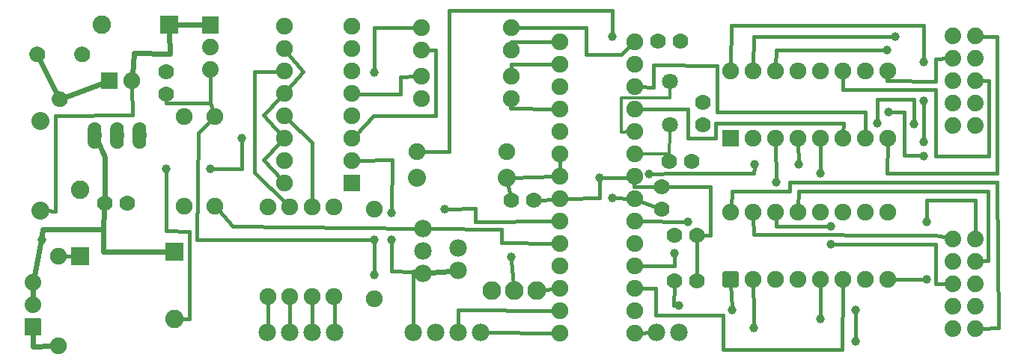
<source format=gbl>
G04 MADE WITH FRITZING*
G04 WWW.FRITZING.ORG*
G04 DOUBLE SIDED*
G04 HOLES PLATED*
G04 CONTOUR ON CENTER OF CONTOUR VECTOR*
%ASAXBY*%
%FSLAX23Y23*%
%MOIN*%
%OFA0B0*%
%SFA1.0B1.0*%
%ADD10C,0.078000*%
%ADD11C,0.074000*%
%ADD12C,0.039370*%
%ADD13C,0.070925*%
%ADD14C,0.070866*%
%ADD15C,0.070000*%
%ADD16C,0.082000*%
%ADD17C,0.083307*%
%ADD18C,0.075000*%
%ADD19C,0.060000*%
%ADD20C,0.080000*%
%ADD21R,0.082000X0.082000*%
%ADD22R,0.075000X0.075000*%
%ADD23C,0.024000*%
%ADD24C,0.016000*%
%ADD25C,0.012000*%
%ADD26C,0.020000*%
%ADD27R,0.001000X0.001000*%
%LNCOPPER0*%
G90*
G70*
G54D10*
X1815Y580D03*
X1815Y480D03*
X1815Y380D03*
G54D11*
X4177Y533D03*
X4277Y533D03*
X4177Y433D03*
X4277Y433D03*
X4177Y333D03*
X4277Y333D03*
X4177Y233D03*
X4277Y233D03*
X4177Y133D03*
X4277Y133D03*
G54D12*
X3838Y1049D03*
X4004Y1045D03*
X2209Y451D03*
X2957Y234D03*
G54D13*
X2917Y1041D03*
G54D14*
X2917Y1234D03*
G54D15*
X3013Y880D03*
X2913Y880D03*
X2964Y1415D03*
X2864Y1415D03*
G54D12*
X4047Y966D03*
X4047Y1148D03*
X3921Y1435D03*
X4047Y903D03*
X3883Y1377D03*
X3292Y864D03*
X3488Y864D03*
X3192Y215D03*
X3744Y215D03*
X3744Y76D03*
X3634Y588D03*
X3634Y510D03*
X4058Y608D03*
X4058Y353D03*
X1598Y1277D03*
X1008Y982D03*
X870Y844D03*
X673Y844D03*
X3587Y825D03*
X2661Y1435D03*
X2661Y714D03*
X2996Y608D03*
X3390Y785D03*
X2823Y821D03*
X3291Y136D03*
X3587Y175D03*
X1677Y648D03*
X1677Y529D03*
X1598Y529D03*
X3890Y1100D03*
X2937Y470D03*
X1913Y667D03*
X2602Y805D03*
X1598Y372D03*
X4047Y1321D03*
G54D15*
X2935Y549D03*
X3035Y549D03*
X3063Y1041D03*
X3063Y1141D03*
G54D16*
X709Y474D03*
X709Y174D03*
G54D10*
X1424Y116D03*
X1324Y116D03*
X1224Y116D03*
X1124Y116D03*
G54D17*
X2322Y301D03*
X2222Y301D03*
X2122Y301D03*
G54D10*
X2857Y116D03*
X2957Y116D03*
X1972Y492D03*
X1972Y392D03*
G54D18*
X1789Y923D03*
X2189Y923D03*
X890Y1079D03*
X890Y679D03*
G54D11*
X4177Y1438D03*
X4277Y1438D03*
X4177Y1338D03*
X4277Y1338D03*
X4177Y1238D03*
X4277Y1238D03*
X4177Y1138D03*
X4277Y1138D03*
X4177Y1038D03*
X4277Y1038D03*
G54D10*
X1772Y116D03*
X1872Y116D03*
X1972Y116D03*
X2072Y116D03*
G54D18*
X2758Y111D03*
X2758Y211D03*
X2758Y311D03*
X2758Y411D03*
X2758Y511D03*
X2758Y611D03*
X2758Y711D03*
X2758Y811D03*
X2758Y911D03*
X2758Y1011D03*
X2758Y1111D03*
X2758Y1211D03*
X2758Y1311D03*
X2425Y1411D03*
X2425Y1311D03*
X2425Y1211D03*
X2425Y1111D03*
X2425Y1011D03*
X2425Y911D03*
X2425Y811D03*
X2425Y711D03*
X2425Y611D03*
X2425Y511D03*
X2425Y411D03*
X2425Y311D03*
X2425Y211D03*
X2425Y111D03*
X2758Y1411D03*
G54D11*
X870Y1488D03*
X870Y1388D03*
X870Y1288D03*
G54D18*
X1500Y781D03*
X1200Y781D03*
X1500Y881D03*
X1200Y881D03*
X1500Y981D03*
X1200Y981D03*
X1500Y1081D03*
X1200Y1081D03*
X1500Y1181D03*
X1200Y1181D03*
X1500Y1281D03*
X1200Y1281D03*
X1500Y1381D03*
X1200Y1381D03*
X1500Y1481D03*
X1200Y1481D03*
G54D15*
X299Y1356D03*
X99Y1356D03*
X199Y1156D03*
G54D18*
X3187Y352D03*
X3187Y652D03*
X3287Y352D03*
X3287Y652D03*
X3387Y352D03*
X3387Y652D03*
X3487Y352D03*
X3487Y652D03*
X3587Y352D03*
X3587Y652D03*
X3687Y352D03*
X3687Y652D03*
X3787Y352D03*
X3787Y652D03*
X3887Y352D03*
X3887Y652D03*
X3187Y982D03*
X3187Y1282D03*
X3287Y982D03*
X3287Y1282D03*
X3387Y982D03*
X3387Y1282D03*
X3487Y982D03*
X3487Y1282D03*
X3587Y982D03*
X3587Y1282D03*
X3687Y982D03*
X3687Y1282D03*
X3787Y982D03*
X3787Y1282D03*
X3887Y982D03*
X3887Y1282D03*
G54D16*
X685Y1490D03*
X387Y1490D03*
G54D19*
X555Y994D03*
X455Y994D03*
X355Y994D03*
G54D18*
X421Y1238D03*
X521Y1238D03*
G54D15*
X673Y1279D03*
X673Y1179D03*
G54D18*
X1126Y674D03*
X1126Y274D03*
X1224Y674D03*
X1224Y274D03*
X1323Y674D03*
X1323Y274D03*
X1421Y674D03*
X1421Y274D03*
X2209Y1159D03*
X1809Y1159D03*
X2209Y1258D03*
X1809Y1258D03*
X2209Y1376D03*
X1809Y1376D03*
X2209Y1474D03*
X1809Y1474D03*
G54D20*
X114Y1059D03*
X114Y659D03*
G54D18*
X752Y1079D03*
X752Y679D03*
G54D15*
X398Y691D03*
X498Y691D03*
G54D16*
X291Y455D03*
X291Y753D03*
G54D20*
X2189Y805D03*
X1789Y805D03*
G54D15*
X2309Y707D03*
X2209Y707D03*
X2878Y665D03*
X2878Y766D03*
G54D18*
X1598Y667D03*
X1598Y267D03*
G54D15*
X3035Y344D03*
X2935Y344D03*
G54D18*
X193Y455D03*
X193Y55D03*
G54D12*
X118Y529D03*
G54D11*
X79Y140D03*
X79Y240D03*
X79Y340D03*
G54D21*
X709Y474D03*
G54D22*
X1500Y781D03*
X3187Y982D03*
G54D21*
X686Y1490D03*
G54D22*
X421Y1238D03*
G54D21*
X291Y454D03*
G54D23*
X1845Y382D02*
X1942Y389D01*
D02*
X1772Y387D02*
X1785Y385D01*
G54D24*
D02*
X4334Y435D02*
X4303Y434D01*
D02*
X4152Y538D02*
X4098Y549D01*
D02*
X4152Y333D02*
X4098Y333D01*
D02*
X4277Y558D02*
X4276Y707D01*
D02*
X4378Y136D02*
X4303Y133D01*
D02*
X4004Y1155D02*
X4004Y1059D01*
D02*
X3839Y1155D02*
X4004Y1155D01*
D02*
X3838Y1063D02*
X3839Y1155D01*
G54D25*
D02*
X2917Y1020D02*
X2914Y900D01*
D02*
X2917Y1163D02*
X2701Y1163D01*
D02*
X2701Y1163D02*
X2701Y1010D01*
D02*
X2701Y1010D02*
X2735Y1011D01*
D02*
X2917Y1213D02*
X2917Y1163D01*
G54D24*
D02*
X2220Y328D02*
X2210Y437D01*
D02*
X2780Y112D02*
X2832Y115D01*
D02*
X2933Y234D02*
X2935Y324D01*
D02*
X2943Y234D02*
X2933Y234D01*
D02*
X3035Y529D02*
X3035Y365D01*
D02*
X1283Y1278D02*
X1214Y1198D01*
D02*
X1214Y1363D02*
X1283Y1278D01*
D02*
X1772Y141D02*
X1772Y387D01*
D02*
X4047Y980D02*
X4047Y1134D01*
D02*
X3907Y1435D02*
X3290Y1435D01*
D02*
X3290Y1435D02*
X3287Y1305D01*
D02*
X3869Y1377D02*
X3389Y1377D01*
D02*
X3389Y1377D02*
X3387Y1305D01*
D02*
X4303Y1437D02*
X4374Y1435D01*
D02*
X3192Y228D02*
X3187Y329D01*
D02*
X3744Y90D02*
X3744Y201D01*
D02*
X4334Y746D02*
X4334Y435D01*
D02*
X3489Y747D02*
X4334Y746D01*
D02*
X3487Y675D02*
X3489Y747D01*
D02*
X3288Y553D02*
X3287Y629D01*
D02*
X4098Y549D02*
X3288Y553D01*
D02*
X3390Y589D02*
X3388Y629D01*
D02*
X3620Y588D02*
X3390Y589D01*
D02*
X4098Y510D02*
X3647Y510D01*
D02*
X4098Y333D02*
X4098Y510D01*
D02*
X4045Y353D02*
X3910Y352D01*
D02*
X4058Y707D02*
X4058Y622D01*
D02*
X4276Y707D02*
X4058Y707D01*
D02*
X1598Y1474D02*
X1786Y1474D01*
D02*
X1598Y1291D02*
X1598Y1474D01*
D02*
X2403Y309D02*
X2349Y304D01*
D02*
X1008Y845D02*
X883Y844D01*
D02*
X1008Y969D02*
X1008Y845D01*
D02*
X673Y569D02*
X777Y567D01*
D02*
X777Y567D02*
X777Y177D01*
D02*
X777Y177D02*
X735Y175D01*
D02*
X673Y831D02*
X673Y569D01*
D02*
X1125Y141D02*
X1126Y250D01*
D02*
X4034Y904D02*
X3961Y904D01*
D02*
X3961Y904D02*
X3961Y1100D01*
D02*
X3961Y1100D02*
X3903Y1100D01*
D02*
X3587Y838D02*
X3587Y959D01*
D02*
X2779Y703D02*
X2859Y673D01*
D02*
X3095Y548D02*
X3095Y766D01*
D02*
X3056Y549D02*
X3095Y548D01*
D02*
X3095Y766D02*
X2898Y766D01*
D02*
X2675Y714D02*
X2735Y712D01*
D02*
X2660Y1553D02*
X2661Y1448D01*
D02*
X1932Y923D02*
X1934Y1553D01*
D02*
X1812Y923D02*
X1932Y923D01*
D02*
X1934Y1553D02*
X2660Y1553D01*
D02*
X3291Y215D02*
X3287Y329D01*
D02*
X3291Y825D02*
X2937Y825D01*
D02*
X3292Y851D02*
X3291Y825D01*
D02*
X3487Y959D02*
X3488Y878D01*
D02*
X2937Y825D02*
X2836Y821D01*
D02*
X3389Y799D02*
X3387Y959D01*
D02*
X2780Y611D02*
X2983Y608D01*
D02*
X3192Y747D02*
X3449Y747D01*
D02*
X4373Y785D02*
X4378Y136D01*
D02*
X3449Y785D02*
X4373Y785D01*
D02*
X3449Y747D02*
X3449Y785D01*
D02*
X3188Y675D02*
X3192Y747D01*
D02*
X3291Y215D02*
X3291Y149D01*
D02*
X1678Y884D02*
X1677Y661D01*
D02*
X1523Y881D02*
X1678Y884D01*
D02*
X3587Y189D02*
X3587Y329D01*
D02*
X1598Y516D02*
X1598Y385D01*
D02*
X1677Y388D02*
X1772Y387D01*
D02*
X1677Y516D02*
X1677Y388D01*
D02*
X2097Y116D02*
X2403Y112D01*
D02*
X1424Y141D02*
X1422Y250D01*
D02*
X1324Y141D02*
X1323Y250D01*
D02*
X2209Y1411D02*
X2209Y1399D01*
D02*
X2403Y1411D02*
X2209Y1411D01*
D02*
X2209Y1313D02*
X2209Y1281D01*
D02*
X2403Y1311D02*
X2209Y1313D01*
D02*
X1224Y141D02*
X1224Y250D01*
D02*
X2205Y1115D02*
X2207Y1136D01*
D02*
X2403Y1112D02*
X2205Y1115D01*
D02*
X2543Y1357D02*
X2542Y1474D01*
D02*
X2542Y1474D02*
X2232Y1474D01*
D02*
X2701Y1357D02*
X2543Y1357D01*
D02*
X2741Y1396D02*
X2701Y1357D01*
D02*
X1972Y141D02*
X1972Y216D01*
D02*
X1972Y216D02*
X2403Y212D01*
D02*
X1717Y1257D02*
X1786Y1258D01*
D02*
X1717Y1179D02*
X1717Y1257D01*
D02*
X1523Y1180D02*
X1717Y1179D01*
D02*
X4098Y1199D02*
X3685Y1199D01*
D02*
X4335Y903D02*
X4098Y903D01*
D02*
X4335Y1239D02*
X4335Y903D01*
D02*
X4098Y903D02*
X4098Y1199D01*
D02*
X4303Y1238D02*
X4335Y1239D01*
D02*
X3685Y1199D02*
X3686Y1259D01*
D02*
X4099Y1336D02*
X4099Y1237D01*
D02*
X4152Y1338D02*
X4099Y1336D01*
D02*
X3883Y1238D02*
X3885Y1259D01*
D02*
X4099Y1237D02*
X3883Y1238D01*
D02*
X4374Y1435D02*
X4373Y826D01*
D02*
X3883Y826D02*
X3886Y959D01*
D02*
X4373Y826D02*
X3883Y826D01*
D02*
X1217Y1064D02*
X1323Y963D01*
D02*
X1323Y963D02*
X1323Y697D01*
D02*
X2205Y727D02*
X2194Y780D01*
D02*
X2403Y811D02*
X2214Y806D01*
D02*
X2425Y889D02*
X2425Y834D01*
D02*
X3154Y38D02*
X3684Y38D01*
D02*
X3154Y191D02*
X3154Y38D01*
D02*
X2854Y191D02*
X3154Y191D01*
D02*
X2854Y313D02*
X2854Y191D01*
D02*
X2780Y312D02*
X2854Y313D01*
D02*
X3684Y38D02*
X3686Y329D01*
D02*
X1597Y1081D02*
X1874Y1081D01*
D02*
X1516Y997D02*
X1597Y1081D01*
D02*
X1874Y1081D02*
X1874Y1375D01*
D02*
X1874Y1375D02*
X1832Y1376D01*
D02*
X1177Y1280D02*
X1066Y1279D01*
D02*
X1066Y1279D02*
X1067Y828D01*
D02*
X1067Y828D02*
X1208Y690D01*
D02*
X2780Y1111D02*
X2996Y1112D01*
D02*
X2996Y982D02*
X3121Y981D01*
D02*
X2996Y1112D02*
X2996Y982D01*
D02*
X3121Y981D02*
X3121Y1048D01*
D02*
X3121Y1048D02*
X3689Y1049D01*
D02*
X3689Y1049D02*
X3687Y1005D01*
D02*
X2936Y412D02*
X2937Y457D01*
D02*
X2780Y411D02*
X2936Y412D01*
D02*
X2843Y1210D02*
X2843Y1309D01*
D02*
X2780Y1211D02*
X2843Y1210D01*
D02*
X2843Y1309D02*
X3126Y1305D01*
D02*
X3126Y1305D02*
X3126Y1100D01*
D02*
X3126Y1100D02*
X3787Y1100D01*
D02*
X3787Y1100D02*
X3787Y1005D01*
D02*
X2165Y576D02*
X1839Y580D01*
D02*
X2165Y514D02*
X2165Y576D01*
D02*
X2403Y512D02*
X2165Y514D01*
D02*
X968Y589D02*
X1790Y580D01*
D02*
X905Y662D02*
X968Y589D01*
G54D23*
D02*
X839Y1488D02*
X717Y1490D01*
D02*
X528Y1361D02*
X688Y1360D01*
D02*
X688Y1360D02*
X686Y1458D01*
D02*
X523Y1267D02*
X528Y1361D01*
G54D24*
D02*
X181Y657D02*
X181Y1081D01*
D02*
X140Y658D02*
X181Y657D01*
D02*
X523Y1085D02*
X521Y1215D01*
D02*
X181Y1081D02*
X523Y1085D01*
D02*
X216Y455D02*
X265Y455D01*
D02*
X2051Y608D02*
X2051Y668D01*
D02*
X2051Y668D02*
X1927Y667D01*
D02*
X2403Y611D02*
X2051Y608D01*
D02*
X674Y1139D02*
X869Y1139D01*
D02*
X869Y1139D02*
X882Y1101D01*
D02*
X674Y1158D02*
X674Y1139D01*
D02*
X674Y1139D02*
X674Y1158D01*
D02*
X869Y1139D02*
X674Y1139D01*
D02*
X870Y1262D02*
X869Y1139D01*
D02*
X1585Y529D02*
X810Y528D01*
D02*
X816Y1004D02*
X873Y1063D01*
D02*
X810Y528D02*
X816Y1004D01*
D02*
X1106Y1084D02*
X1183Y1164D01*
D02*
X1184Y998D02*
X1106Y1084D01*
D02*
X1107Y885D02*
X1184Y964D01*
D02*
X1185Y798D02*
X1107Y885D01*
G54D23*
D02*
X398Y717D02*
X398Y899D01*
D02*
X111Y1333D02*
X187Y1180D01*
D02*
X224Y1165D02*
X394Y1228D01*
G54D24*
D02*
X2755Y765D02*
X2857Y766D01*
D02*
X2756Y789D02*
X2755Y765D01*
D02*
X2724Y804D02*
X2616Y805D01*
D02*
X2736Y807D02*
X2724Y804D01*
D02*
X2602Y792D02*
X2602Y715D01*
D02*
X2602Y715D02*
X2448Y712D01*
D02*
X2403Y710D02*
X2329Y707D01*
D02*
X4047Y1487D02*
X4047Y1334D01*
D02*
X3188Y1487D02*
X4047Y1487D01*
D02*
X3187Y1305D02*
X3188Y1487D01*
G54D23*
D02*
X122Y576D02*
X394Y577D01*
D02*
X394Y577D02*
X397Y665D01*
D02*
X394Y475D02*
X676Y474D01*
D02*
X394Y577D02*
X394Y475D01*
D02*
X122Y576D02*
X120Y548D01*
D02*
X398Y899D02*
X368Y966D01*
D02*
X79Y309D02*
X79Y271D01*
D02*
X85Y370D02*
X114Y511D01*
D02*
X79Y52D02*
X164Y54D01*
D02*
X79Y109D02*
X79Y52D01*
G54D25*
D02*
X2780Y911D02*
X2913Y912D01*
D02*
X2913Y912D02*
X2913Y900D01*
G54D26*
X3159Y380D02*
X3214Y380D01*
X3214Y325D01*
X3159Y325D01*
X3159Y380D01*
D02*
G54D27*
X833Y1524D02*
X906Y1524D01*
X833Y1523D02*
X906Y1523D01*
X833Y1522D02*
X906Y1522D01*
X833Y1521D02*
X906Y1521D01*
X833Y1520D02*
X906Y1520D01*
X833Y1519D02*
X906Y1519D01*
X833Y1518D02*
X906Y1518D01*
X833Y1517D02*
X906Y1517D01*
X833Y1516D02*
X906Y1516D01*
X833Y1515D02*
X906Y1515D01*
X833Y1514D02*
X906Y1514D01*
X833Y1513D02*
X906Y1513D01*
X833Y1512D02*
X906Y1512D01*
X833Y1511D02*
X906Y1511D01*
X833Y1510D02*
X906Y1510D01*
X833Y1509D02*
X906Y1509D01*
X833Y1508D02*
X906Y1508D01*
X833Y1507D02*
X865Y1507D01*
X874Y1507D02*
X906Y1507D01*
X833Y1506D02*
X862Y1506D01*
X877Y1506D02*
X906Y1506D01*
X833Y1505D02*
X860Y1505D01*
X879Y1505D02*
X906Y1505D01*
X833Y1504D02*
X858Y1504D01*
X881Y1504D02*
X906Y1504D01*
X833Y1503D02*
X857Y1503D01*
X882Y1503D02*
X906Y1503D01*
X833Y1502D02*
X855Y1502D01*
X883Y1502D02*
X906Y1502D01*
X833Y1501D02*
X854Y1501D01*
X884Y1501D02*
X906Y1501D01*
X833Y1500D02*
X854Y1500D01*
X885Y1500D02*
X906Y1500D01*
X833Y1499D02*
X853Y1499D01*
X886Y1499D02*
X906Y1499D01*
X833Y1498D02*
X852Y1498D01*
X887Y1498D02*
X906Y1498D01*
X833Y1497D02*
X852Y1497D01*
X887Y1497D02*
X906Y1497D01*
X833Y1496D02*
X851Y1496D01*
X888Y1496D02*
X906Y1496D01*
X833Y1495D02*
X851Y1495D01*
X888Y1495D02*
X906Y1495D01*
X833Y1494D02*
X850Y1494D01*
X888Y1494D02*
X906Y1494D01*
X833Y1493D02*
X850Y1493D01*
X889Y1493D02*
X906Y1493D01*
X833Y1492D02*
X850Y1492D01*
X889Y1492D02*
X906Y1492D01*
X833Y1491D02*
X850Y1491D01*
X889Y1491D02*
X906Y1491D01*
X833Y1490D02*
X849Y1490D01*
X889Y1490D02*
X906Y1490D01*
X833Y1489D02*
X849Y1489D01*
X889Y1489D02*
X906Y1489D01*
X833Y1488D02*
X849Y1488D01*
X890Y1488D02*
X906Y1488D01*
X833Y1487D02*
X849Y1487D01*
X889Y1487D02*
X906Y1487D01*
X833Y1486D02*
X849Y1486D01*
X889Y1486D02*
X906Y1486D01*
X833Y1485D02*
X849Y1485D01*
X889Y1485D02*
X906Y1485D01*
X833Y1484D02*
X850Y1484D01*
X889Y1484D02*
X906Y1484D01*
X833Y1483D02*
X850Y1483D01*
X889Y1483D02*
X906Y1483D01*
X833Y1482D02*
X850Y1482D01*
X889Y1482D02*
X906Y1482D01*
X833Y1481D02*
X850Y1481D01*
X888Y1481D02*
X906Y1481D01*
X833Y1480D02*
X851Y1480D01*
X888Y1480D02*
X906Y1480D01*
X833Y1479D02*
X851Y1479D01*
X887Y1479D02*
X906Y1479D01*
X833Y1478D02*
X852Y1478D01*
X887Y1478D02*
X906Y1478D01*
X833Y1477D02*
X852Y1477D01*
X886Y1477D02*
X906Y1477D01*
X833Y1476D02*
X853Y1476D01*
X886Y1476D02*
X906Y1476D01*
X833Y1475D02*
X854Y1475D01*
X885Y1475D02*
X906Y1475D01*
X833Y1474D02*
X855Y1474D01*
X884Y1474D02*
X906Y1474D01*
X833Y1473D02*
X856Y1473D01*
X883Y1473D02*
X906Y1473D01*
X833Y1472D02*
X857Y1472D01*
X882Y1472D02*
X906Y1472D01*
X833Y1471D02*
X859Y1471D01*
X880Y1471D02*
X906Y1471D01*
X833Y1470D02*
X861Y1470D01*
X878Y1470D02*
X906Y1470D01*
X833Y1469D02*
X863Y1469D01*
X876Y1469D02*
X906Y1469D01*
X833Y1468D02*
X906Y1468D01*
X833Y1467D02*
X906Y1467D01*
X833Y1466D02*
X906Y1466D01*
X833Y1465D02*
X906Y1465D01*
X833Y1464D02*
X906Y1464D01*
X833Y1463D02*
X906Y1463D01*
X833Y1462D02*
X906Y1462D01*
X833Y1461D02*
X906Y1461D01*
X833Y1460D02*
X906Y1460D01*
X833Y1459D02*
X906Y1459D01*
X833Y1458D02*
X906Y1458D01*
X833Y1457D02*
X906Y1457D01*
X833Y1456D02*
X906Y1456D01*
X833Y1455D02*
X906Y1455D01*
X833Y1454D02*
X906Y1454D01*
X833Y1453D02*
X906Y1453D01*
X833Y1452D02*
X906Y1452D01*
X833Y1451D02*
X906Y1451D01*
X95Y1391D02*
X102Y1391D01*
X295Y1391D02*
X302Y1391D01*
X90Y1390D02*
X107Y1390D01*
X290Y1390D02*
X307Y1390D01*
X87Y1389D02*
X110Y1389D01*
X287Y1389D02*
X310Y1389D01*
X85Y1388D02*
X112Y1388D01*
X285Y1388D02*
X312Y1388D01*
X83Y1387D02*
X114Y1387D01*
X283Y1387D02*
X314Y1387D01*
X81Y1386D02*
X116Y1386D01*
X281Y1386D02*
X316Y1386D01*
X79Y1385D02*
X118Y1385D01*
X279Y1385D02*
X318Y1385D01*
X78Y1384D02*
X119Y1384D01*
X278Y1384D02*
X319Y1384D01*
X77Y1383D02*
X121Y1383D01*
X277Y1383D02*
X321Y1383D01*
X75Y1382D02*
X122Y1382D01*
X275Y1382D02*
X322Y1382D01*
X74Y1381D02*
X123Y1381D01*
X274Y1381D02*
X323Y1381D01*
X73Y1380D02*
X124Y1380D01*
X273Y1380D02*
X324Y1380D01*
X73Y1379D02*
X125Y1379D01*
X273Y1379D02*
X325Y1379D01*
X72Y1378D02*
X125Y1378D01*
X272Y1378D02*
X325Y1378D01*
X71Y1377D02*
X126Y1377D01*
X271Y1377D02*
X326Y1377D01*
X70Y1376D02*
X127Y1376D01*
X270Y1376D02*
X327Y1376D01*
X70Y1375D02*
X127Y1375D01*
X270Y1375D02*
X327Y1375D01*
X69Y1374D02*
X128Y1374D01*
X269Y1374D02*
X328Y1374D01*
X69Y1373D02*
X129Y1373D01*
X269Y1373D02*
X329Y1373D01*
X68Y1372D02*
X129Y1372D01*
X268Y1372D02*
X329Y1372D01*
X68Y1371D02*
X95Y1371D01*
X102Y1371D02*
X130Y1371D01*
X268Y1371D02*
X295Y1371D01*
X302Y1371D02*
X330Y1371D01*
X67Y1370D02*
X92Y1370D01*
X105Y1370D02*
X130Y1370D01*
X267Y1370D02*
X292Y1370D01*
X305Y1370D02*
X330Y1370D01*
X67Y1369D02*
X90Y1369D01*
X107Y1369D02*
X130Y1369D01*
X267Y1369D02*
X290Y1369D01*
X307Y1369D02*
X330Y1369D01*
X66Y1368D02*
X89Y1368D01*
X108Y1368D02*
X131Y1368D01*
X266Y1368D02*
X289Y1368D01*
X308Y1368D02*
X331Y1368D01*
X66Y1367D02*
X88Y1367D01*
X110Y1367D02*
X131Y1367D01*
X266Y1367D02*
X288Y1367D01*
X310Y1367D02*
X331Y1367D01*
X66Y1366D02*
X87Y1366D01*
X110Y1366D02*
X132Y1366D01*
X266Y1366D02*
X287Y1366D01*
X310Y1366D02*
X332Y1366D01*
X65Y1365D02*
X86Y1365D01*
X111Y1365D02*
X132Y1365D01*
X265Y1365D02*
X286Y1365D01*
X311Y1365D02*
X332Y1365D01*
X65Y1364D02*
X85Y1364D01*
X112Y1364D02*
X132Y1364D01*
X265Y1364D02*
X285Y1364D01*
X312Y1364D02*
X332Y1364D01*
X65Y1363D02*
X85Y1363D01*
X113Y1363D02*
X132Y1363D01*
X265Y1363D02*
X285Y1363D01*
X313Y1363D02*
X332Y1363D01*
X65Y1362D02*
X84Y1362D01*
X113Y1362D02*
X132Y1362D01*
X265Y1362D02*
X284Y1362D01*
X313Y1362D02*
X332Y1362D01*
X65Y1361D02*
X84Y1361D01*
X113Y1361D02*
X133Y1361D01*
X264Y1361D02*
X284Y1361D01*
X313Y1361D02*
X333Y1361D01*
X64Y1360D02*
X83Y1360D01*
X114Y1360D02*
X133Y1360D01*
X264Y1360D02*
X283Y1360D01*
X314Y1360D02*
X333Y1360D01*
X64Y1359D02*
X83Y1359D01*
X114Y1359D02*
X133Y1359D01*
X264Y1359D02*
X283Y1359D01*
X314Y1359D02*
X333Y1359D01*
X64Y1358D02*
X83Y1358D01*
X114Y1358D02*
X133Y1358D01*
X264Y1358D02*
X283Y1358D01*
X314Y1358D02*
X333Y1358D01*
X64Y1357D02*
X83Y1357D01*
X114Y1357D02*
X133Y1357D01*
X264Y1357D02*
X283Y1357D01*
X314Y1357D02*
X333Y1357D01*
X64Y1356D02*
X83Y1356D01*
X114Y1356D02*
X133Y1356D01*
X264Y1356D02*
X283Y1356D01*
X314Y1356D02*
X333Y1356D01*
X64Y1355D02*
X83Y1355D01*
X114Y1355D02*
X133Y1355D01*
X264Y1355D02*
X283Y1355D01*
X314Y1355D02*
X333Y1355D01*
X64Y1354D02*
X83Y1354D01*
X114Y1354D02*
X133Y1354D01*
X264Y1354D02*
X283Y1354D01*
X314Y1354D02*
X333Y1354D01*
X64Y1353D02*
X83Y1353D01*
X114Y1353D02*
X133Y1353D01*
X264Y1353D02*
X283Y1353D01*
X314Y1353D02*
X333Y1353D01*
X64Y1352D02*
X84Y1352D01*
X114Y1352D02*
X133Y1352D01*
X264Y1352D02*
X284Y1352D01*
X314Y1352D02*
X333Y1352D01*
X65Y1351D02*
X84Y1351D01*
X113Y1351D02*
X133Y1351D01*
X265Y1351D02*
X284Y1351D01*
X313Y1351D02*
X333Y1351D01*
X65Y1350D02*
X84Y1350D01*
X113Y1350D02*
X132Y1350D01*
X265Y1350D02*
X284Y1350D01*
X313Y1350D02*
X332Y1350D01*
X65Y1349D02*
X85Y1349D01*
X112Y1349D02*
X132Y1349D01*
X265Y1349D02*
X285Y1349D01*
X312Y1349D02*
X332Y1349D01*
X65Y1348D02*
X86Y1348D01*
X112Y1348D02*
X132Y1348D01*
X265Y1348D02*
X285Y1348D01*
X312Y1348D02*
X332Y1348D01*
X66Y1347D02*
X86Y1347D01*
X111Y1347D02*
X132Y1347D01*
X266Y1347D02*
X286Y1347D01*
X311Y1347D02*
X332Y1347D01*
X66Y1346D02*
X87Y1346D01*
X110Y1346D02*
X131Y1346D01*
X266Y1346D02*
X287Y1346D01*
X310Y1346D02*
X331Y1346D01*
X66Y1345D02*
X88Y1345D01*
X109Y1345D02*
X131Y1345D01*
X266Y1345D02*
X288Y1345D01*
X309Y1345D02*
X331Y1345D01*
X67Y1344D02*
X89Y1344D01*
X108Y1344D02*
X131Y1344D01*
X267Y1344D02*
X289Y1344D01*
X308Y1344D02*
X331Y1344D01*
X67Y1343D02*
X91Y1343D01*
X106Y1343D02*
X130Y1343D01*
X267Y1343D02*
X291Y1343D01*
X306Y1343D02*
X330Y1343D01*
X67Y1342D02*
X93Y1342D01*
X104Y1342D02*
X130Y1342D01*
X267Y1342D02*
X293Y1342D01*
X304Y1342D02*
X330Y1342D01*
X68Y1341D02*
X129Y1341D01*
X268Y1341D02*
X329Y1341D01*
X68Y1340D02*
X129Y1340D01*
X268Y1340D02*
X329Y1340D01*
X69Y1339D02*
X128Y1339D01*
X269Y1339D02*
X328Y1339D01*
X69Y1338D02*
X128Y1338D01*
X269Y1338D02*
X328Y1338D01*
X70Y1337D02*
X127Y1337D01*
X270Y1337D02*
X327Y1337D01*
X71Y1336D02*
X126Y1336D01*
X271Y1336D02*
X326Y1336D01*
X71Y1335D02*
X126Y1335D01*
X271Y1335D02*
X326Y1335D01*
X72Y1334D02*
X125Y1334D01*
X272Y1334D02*
X325Y1334D01*
X73Y1333D02*
X124Y1333D01*
X273Y1333D02*
X324Y1333D01*
X74Y1332D02*
X123Y1332D01*
X274Y1332D02*
X323Y1332D01*
X75Y1331D02*
X122Y1331D01*
X275Y1331D02*
X322Y1331D01*
X76Y1330D02*
X121Y1330D01*
X276Y1330D02*
X321Y1330D01*
X77Y1329D02*
X120Y1329D01*
X277Y1329D02*
X320Y1329D01*
X79Y1328D02*
X118Y1328D01*
X279Y1328D02*
X318Y1328D01*
X80Y1327D02*
X117Y1327D01*
X280Y1327D02*
X317Y1327D01*
X82Y1326D02*
X115Y1326D01*
X282Y1326D02*
X315Y1326D01*
X84Y1325D02*
X113Y1325D01*
X284Y1325D02*
X313Y1325D01*
X86Y1324D02*
X111Y1324D01*
X286Y1324D02*
X311Y1324D01*
X89Y1323D02*
X108Y1323D01*
X289Y1323D02*
X308Y1323D01*
X93Y1322D02*
X105Y1322D01*
X293Y1322D02*
X304Y1322D01*
X195Y1191D02*
X202Y1191D01*
X190Y1190D02*
X207Y1190D01*
X187Y1189D02*
X210Y1189D01*
X185Y1188D02*
X212Y1188D01*
X183Y1187D02*
X215Y1187D01*
X181Y1186D02*
X216Y1186D01*
X179Y1185D02*
X218Y1185D01*
X178Y1184D02*
X219Y1184D01*
X176Y1183D02*
X221Y1183D01*
X175Y1182D02*
X222Y1182D01*
X174Y1181D02*
X223Y1181D01*
X173Y1180D02*
X224Y1180D01*
X172Y1179D02*
X225Y1179D01*
X172Y1178D02*
X225Y1178D01*
X171Y1177D02*
X226Y1177D01*
X170Y1176D02*
X227Y1176D01*
X170Y1175D02*
X227Y1175D01*
X169Y1174D02*
X228Y1174D01*
X168Y1173D02*
X229Y1173D01*
X168Y1172D02*
X229Y1172D01*
X168Y1171D02*
X194Y1171D01*
X203Y1171D02*
X230Y1171D01*
X167Y1170D02*
X192Y1170D01*
X206Y1170D02*
X230Y1170D01*
X167Y1169D02*
X190Y1169D01*
X207Y1169D02*
X230Y1169D01*
X166Y1168D02*
X189Y1168D01*
X208Y1168D02*
X231Y1168D01*
X166Y1167D02*
X188Y1167D01*
X210Y1167D02*
X231Y1167D01*
X166Y1166D02*
X187Y1166D01*
X211Y1166D02*
X232Y1166D01*
X165Y1165D02*
X186Y1165D01*
X211Y1165D02*
X232Y1165D01*
X165Y1164D02*
X185Y1164D01*
X212Y1164D02*
X232Y1164D01*
X165Y1163D02*
X185Y1163D01*
X213Y1163D02*
X232Y1163D01*
X165Y1162D02*
X184Y1162D01*
X213Y1162D02*
X233Y1162D01*
X164Y1161D02*
X184Y1161D01*
X213Y1161D02*
X233Y1161D01*
X164Y1160D02*
X183Y1160D01*
X214Y1160D02*
X233Y1160D01*
X164Y1159D02*
X183Y1159D01*
X214Y1159D02*
X233Y1159D01*
X164Y1158D02*
X183Y1158D01*
X214Y1158D02*
X233Y1158D01*
X164Y1157D02*
X183Y1157D01*
X214Y1157D02*
X233Y1157D01*
X164Y1156D02*
X183Y1156D01*
X214Y1156D02*
X233Y1156D01*
X164Y1155D02*
X183Y1155D01*
X214Y1155D02*
X233Y1155D01*
X164Y1154D02*
X183Y1154D01*
X214Y1154D02*
X233Y1154D01*
X164Y1153D02*
X183Y1153D01*
X214Y1153D02*
X233Y1153D01*
X164Y1152D02*
X184Y1152D01*
X214Y1152D02*
X233Y1152D01*
X165Y1151D02*
X184Y1151D01*
X213Y1151D02*
X233Y1151D01*
X165Y1150D02*
X184Y1150D01*
X213Y1150D02*
X232Y1150D01*
X165Y1149D02*
X185Y1149D01*
X212Y1149D02*
X232Y1149D01*
X165Y1148D02*
X186Y1148D01*
X212Y1148D02*
X232Y1148D01*
X166Y1147D02*
X186Y1147D01*
X211Y1147D02*
X232Y1147D01*
X166Y1146D02*
X187Y1146D01*
X210Y1146D02*
X231Y1146D01*
X166Y1145D02*
X188Y1145D01*
X209Y1145D02*
X231Y1145D01*
X167Y1144D02*
X189Y1144D01*
X208Y1144D02*
X231Y1144D01*
X167Y1143D02*
X191Y1143D01*
X206Y1143D02*
X230Y1143D01*
X167Y1142D02*
X193Y1142D01*
X204Y1142D02*
X230Y1142D01*
X168Y1141D02*
X229Y1141D01*
X168Y1140D02*
X229Y1140D01*
X169Y1139D02*
X228Y1139D01*
X169Y1138D02*
X228Y1138D01*
X170Y1137D02*
X227Y1137D01*
X171Y1136D02*
X226Y1136D01*
X171Y1135D02*
X226Y1135D01*
X172Y1134D02*
X225Y1134D01*
X173Y1133D02*
X224Y1133D01*
X174Y1132D02*
X223Y1132D01*
X175Y1131D02*
X222Y1131D01*
X176Y1130D02*
X221Y1130D01*
X177Y1129D02*
X220Y1129D01*
X179Y1128D02*
X218Y1128D01*
X180Y1127D02*
X217Y1127D01*
X182Y1126D02*
X215Y1126D01*
X184Y1125D02*
X213Y1125D01*
X186Y1124D02*
X211Y1124D01*
X189Y1123D02*
X208Y1123D01*
X193Y1122D02*
X204Y1122D01*
X352Y1054D02*
X357Y1054D01*
X452Y1054D02*
X457Y1054D01*
X552Y1054D02*
X557Y1054D01*
X347Y1053D02*
X362Y1053D01*
X447Y1053D02*
X462Y1053D01*
X547Y1053D02*
X562Y1053D01*
X344Y1052D02*
X365Y1052D01*
X444Y1052D02*
X465Y1052D01*
X544Y1052D02*
X565Y1052D01*
X342Y1051D02*
X367Y1051D01*
X442Y1051D02*
X467Y1051D01*
X542Y1051D02*
X567Y1051D01*
X340Y1050D02*
X369Y1050D01*
X440Y1050D02*
X469Y1050D01*
X540Y1050D02*
X569Y1050D01*
X338Y1049D02*
X371Y1049D01*
X438Y1049D02*
X471Y1049D01*
X538Y1049D02*
X571Y1049D01*
X337Y1048D02*
X372Y1048D01*
X437Y1048D02*
X472Y1048D01*
X537Y1048D02*
X572Y1048D01*
X336Y1047D02*
X373Y1047D01*
X436Y1047D02*
X473Y1047D01*
X536Y1047D02*
X573Y1047D01*
X334Y1046D02*
X375Y1046D01*
X434Y1046D02*
X475Y1046D01*
X534Y1046D02*
X575Y1046D01*
X333Y1045D02*
X376Y1045D01*
X433Y1045D02*
X476Y1045D01*
X533Y1045D02*
X576Y1045D01*
X332Y1044D02*
X376Y1044D01*
X432Y1044D02*
X476Y1044D01*
X532Y1044D02*
X576Y1044D01*
X332Y1043D02*
X377Y1043D01*
X432Y1043D02*
X477Y1043D01*
X532Y1043D02*
X577Y1043D01*
X331Y1042D02*
X378Y1042D01*
X431Y1042D02*
X478Y1042D01*
X531Y1042D02*
X578Y1042D01*
X330Y1041D02*
X379Y1041D01*
X430Y1041D02*
X479Y1041D01*
X530Y1041D02*
X579Y1041D01*
X330Y1040D02*
X379Y1040D01*
X430Y1040D02*
X479Y1040D01*
X529Y1040D02*
X579Y1040D01*
X329Y1039D02*
X380Y1039D01*
X429Y1039D02*
X480Y1039D01*
X529Y1039D02*
X580Y1039D01*
X328Y1038D02*
X381Y1038D01*
X428Y1038D02*
X481Y1038D01*
X528Y1038D02*
X581Y1038D01*
X328Y1037D02*
X381Y1037D01*
X428Y1037D02*
X481Y1037D01*
X528Y1037D02*
X581Y1037D01*
X327Y1036D02*
X382Y1036D01*
X427Y1036D02*
X482Y1036D01*
X527Y1036D02*
X582Y1036D01*
X327Y1035D02*
X382Y1035D01*
X427Y1035D02*
X482Y1035D01*
X527Y1035D02*
X582Y1035D01*
X327Y1034D02*
X382Y1034D01*
X427Y1034D02*
X482Y1034D01*
X527Y1034D02*
X582Y1034D01*
X326Y1033D02*
X383Y1033D01*
X426Y1033D02*
X483Y1033D01*
X526Y1033D02*
X583Y1033D01*
X326Y1032D02*
X383Y1032D01*
X426Y1032D02*
X483Y1032D01*
X526Y1032D02*
X583Y1032D01*
X326Y1031D02*
X383Y1031D01*
X426Y1031D02*
X483Y1031D01*
X526Y1031D02*
X583Y1031D01*
X326Y1030D02*
X383Y1030D01*
X426Y1030D02*
X483Y1030D01*
X526Y1030D02*
X583Y1030D01*
X325Y1029D02*
X384Y1029D01*
X425Y1029D02*
X484Y1029D01*
X525Y1029D02*
X584Y1029D01*
X325Y1028D02*
X384Y1028D01*
X425Y1028D02*
X484Y1028D01*
X525Y1028D02*
X584Y1028D01*
X325Y1027D02*
X384Y1027D01*
X425Y1027D02*
X484Y1027D01*
X525Y1027D02*
X584Y1027D01*
X325Y1026D02*
X384Y1026D01*
X425Y1026D02*
X484Y1026D01*
X525Y1026D02*
X584Y1026D01*
X325Y1025D02*
X384Y1025D01*
X425Y1025D02*
X484Y1025D01*
X525Y1025D02*
X584Y1025D01*
X325Y1024D02*
X384Y1024D01*
X425Y1024D02*
X484Y1024D01*
X525Y1024D02*
X584Y1024D01*
X325Y1023D02*
X384Y1023D01*
X425Y1023D02*
X484Y1023D01*
X525Y1023D02*
X584Y1023D01*
X325Y1022D02*
X384Y1022D01*
X425Y1022D02*
X484Y1022D01*
X525Y1022D02*
X584Y1022D01*
X325Y1021D02*
X384Y1021D01*
X425Y1021D02*
X484Y1021D01*
X525Y1021D02*
X584Y1021D01*
X325Y1020D02*
X384Y1020D01*
X425Y1020D02*
X484Y1020D01*
X525Y1020D02*
X584Y1020D01*
X325Y1019D02*
X384Y1019D01*
X425Y1019D02*
X484Y1019D01*
X525Y1019D02*
X584Y1019D01*
X325Y1018D02*
X384Y1018D01*
X425Y1018D02*
X484Y1018D01*
X525Y1018D02*
X584Y1018D01*
X325Y1017D02*
X384Y1017D01*
X425Y1017D02*
X484Y1017D01*
X525Y1017D02*
X584Y1017D01*
X325Y1016D02*
X384Y1016D01*
X425Y1016D02*
X484Y1016D01*
X525Y1016D02*
X584Y1016D01*
X325Y1015D02*
X384Y1015D01*
X425Y1015D02*
X484Y1015D01*
X525Y1015D02*
X584Y1015D01*
X325Y1014D02*
X352Y1014D01*
X357Y1014D02*
X384Y1014D01*
X425Y1014D02*
X452Y1014D01*
X457Y1014D02*
X484Y1014D01*
X525Y1014D02*
X552Y1014D01*
X557Y1014D02*
X584Y1014D01*
X325Y1013D02*
X347Y1013D01*
X362Y1013D02*
X384Y1013D01*
X425Y1013D02*
X447Y1013D01*
X462Y1013D02*
X484Y1013D01*
X525Y1013D02*
X547Y1013D01*
X562Y1013D02*
X584Y1013D01*
X325Y1012D02*
X345Y1012D01*
X364Y1012D02*
X384Y1012D01*
X425Y1012D02*
X445Y1012D01*
X464Y1012D02*
X484Y1012D01*
X525Y1012D02*
X545Y1012D01*
X564Y1012D02*
X584Y1012D01*
X325Y1011D02*
X343Y1011D01*
X366Y1011D02*
X384Y1011D01*
X425Y1011D02*
X443Y1011D01*
X466Y1011D02*
X484Y1011D01*
X525Y1011D02*
X543Y1011D01*
X566Y1011D02*
X584Y1011D01*
X325Y1010D02*
X342Y1010D01*
X367Y1010D02*
X384Y1010D01*
X425Y1010D02*
X442Y1010D01*
X467Y1010D02*
X484Y1010D01*
X525Y1010D02*
X542Y1010D01*
X567Y1010D02*
X584Y1010D01*
X325Y1009D02*
X341Y1009D01*
X368Y1009D02*
X384Y1009D01*
X425Y1009D02*
X441Y1009D01*
X468Y1009D02*
X484Y1009D01*
X525Y1009D02*
X541Y1009D01*
X568Y1009D02*
X584Y1009D01*
X325Y1008D02*
X340Y1008D01*
X369Y1008D02*
X384Y1008D01*
X425Y1008D02*
X440Y1008D01*
X469Y1008D02*
X484Y1008D01*
X525Y1008D02*
X540Y1008D01*
X569Y1008D02*
X584Y1008D01*
X325Y1007D02*
X339Y1007D01*
X370Y1007D02*
X384Y1007D01*
X425Y1007D02*
X439Y1007D01*
X470Y1007D02*
X484Y1007D01*
X525Y1007D02*
X539Y1007D01*
X570Y1007D02*
X584Y1007D01*
X325Y1006D02*
X338Y1006D01*
X371Y1006D02*
X384Y1006D01*
X425Y1006D02*
X438Y1006D01*
X471Y1006D02*
X484Y1006D01*
X525Y1006D02*
X538Y1006D01*
X571Y1006D02*
X584Y1006D01*
X325Y1005D02*
X337Y1005D01*
X372Y1005D02*
X384Y1005D01*
X425Y1005D02*
X437Y1005D01*
X472Y1005D02*
X484Y1005D01*
X525Y1005D02*
X537Y1005D01*
X572Y1005D02*
X584Y1005D01*
X325Y1004D02*
X337Y1004D01*
X372Y1004D02*
X384Y1004D01*
X425Y1004D02*
X437Y1004D01*
X472Y1004D02*
X484Y1004D01*
X525Y1004D02*
X537Y1004D01*
X572Y1004D02*
X584Y1004D01*
X325Y1003D02*
X336Y1003D01*
X373Y1003D02*
X384Y1003D01*
X425Y1003D02*
X436Y1003D01*
X473Y1003D02*
X484Y1003D01*
X525Y1003D02*
X536Y1003D01*
X573Y1003D02*
X584Y1003D01*
X325Y1002D02*
X336Y1002D01*
X373Y1002D02*
X384Y1002D01*
X425Y1002D02*
X436Y1002D01*
X473Y1002D02*
X484Y1002D01*
X525Y1002D02*
X536Y1002D01*
X573Y1002D02*
X584Y1002D01*
X325Y1001D02*
X335Y1001D01*
X374Y1001D02*
X384Y1001D01*
X425Y1001D02*
X435Y1001D01*
X474Y1001D02*
X484Y1001D01*
X525Y1001D02*
X535Y1001D01*
X574Y1001D02*
X584Y1001D01*
X325Y1000D02*
X335Y1000D01*
X374Y1000D02*
X384Y1000D01*
X425Y1000D02*
X435Y1000D01*
X474Y1000D02*
X484Y1000D01*
X525Y1000D02*
X535Y1000D01*
X574Y1000D02*
X584Y1000D01*
X325Y999D02*
X335Y999D01*
X374Y999D02*
X384Y999D01*
X425Y999D02*
X435Y999D01*
X474Y999D02*
X484Y999D01*
X525Y999D02*
X535Y999D01*
X574Y999D02*
X584Y999D01*
X325Y998D02*
X334Y998D01*
X375Y998D02*
X384Y998D01*
X425Y998D02*
X434Y998D01*
X475Y998D02*
X484Y998D01*
X525Y998D02*
X534Y998D01*
X575Y998D02*
X584Y998D01*
X325Y997D02*
X334Y997D01*
X375Y997D02*
X384Y997D01*
X425Y997D02*
X434Y997D01*
X475Y997D02*
X484Y997D01*
X525Y997D02*
X534Y997D01*
X575Y997D02*
X584Y997D01*
X325Y996D02*
X334Y996D01*
X375Y996D02*
X384Y996D01*
X425Y996D02*
X434Y996D01*
X475Y996D02*
X484Y996D01*
X525Y996D02*
X534Y996D01*
X575Y996D02*
X584Y996D01*
X325Y995D02*
X334Y995D01*
X375Y995D02*
X384Y995D01*
X425Y995D02*
X434Y995D01*
X475Y995D02*
X484Y995D01*
X525Y995D02*
X534Y995D01*
X575Y995D02*
X584Y995D01*
X325Y994D02*
X334Y994D01*
X375Y994D02*
X384Y994D01*
X425Y994D02*
X434Y994D01*
X475Y994D02*
X484Y994D01*
X525Y994D02*
X534Y994D01*
X575Y994D02*
X584Y994D01*
X325Y993D02*
X334Y993D01*
X375Y993D02*
X384Y993D01*
X425Y993D02*
X434Y993D01*
X475Y993D02*
X484Y993D01*
X525Y993D02*
X534Y993D01*
X575Y993D02*
X584Y993D01*
X325Y992D02*
X334Y992D01*
X375Y992D02*
X384Y992D01*
X425Y992D02*
X434Y992D01*
X475Y992D02*
X484Y992D01*
X525Y992D02*
X534Y992D01*
X575Y992D02*
X584Y992D01*
X325Y991D02*
X334Y991D01*
X375Y991D02*
X384Y991D01*
X425Y991D02*
X434Y991D01*
X475Y991D02*
X484Y991D01*
X525Y991D02*
X534Y991D01*
X575Y991D02*
X584Y991D01*
X325Y990D02*
X334Y990D01*
X374Y990D02*
X384Y990D01*
X425Y990D02*
X434Y990D01*
X474Y990D02*
X484Y990D01*
X525Y990D02*
X534Y990D01*
X574Y990D02*
X584Y990D01*
X325Y989D02*
X335Y989D01*
X374Y989D02*
X384Y989D01*
X425Y989D02*
X435Y989D01*
X474Y989D02*
X484Y989D01*
X525Y989D02*
X535Y989D01*
X574Y989D02*
X584Y989D01*
X325Y988D02*
X335Y988D01*
X374Y988D02*
X384Y988D01*
X425Y988D02*
X435Y988D01*
X474Y988D02*
X484Y988D01*
X525Y988D02*
X535Y988D01*
X574Y988D02*
X584Y988D01*
X325Y987D02*
X335Y987D01*
X374Y987D02*
X384Y987D01*
X425Y987D02*
X435Y987D01*
X474Y987D02*
X484Y987D01*
X525Y987D02*
X535Y987D01*
X574Y987D02*
X584Y987D01*
X325Y986D02*
X336Y986D01*
X373Y986D02*
X384Y986D01*
X425Y986D02*
X436Y986D01*
X473Y986D02*
X484Y986D01*
X525Y986D02*
X536Y986D01*
X573Y986D02*
X584Y986D01*
X325Y985D02*
X336Y985D01*
X373Y985D02*
X384Y985D01*
X425Y985D02*
X436Y985D01*
X473Y985D02*
X484Y985D01*
X525Y985D02*
X536Y985D01*
X573Y985D02*
X584Y985D01*
X325Y984D02*
X337Y984D01*
X372Y984D02*
X384Y984D01*
X425Y984D02*
X437Y984D01*
X472Y984D02*
X484Y984D01*
X525Y984D02*
X537Y984D01*
X572Y984D02*
X584Y984D01*
X325Y983D02*
X337Y983D01*
X372Y983D02*
X384Y983D01*
X425Y983D02*
X437Y983D01*
X471Y983D02*
X484Y983D01*
X525Y983D02*
X537Y983D01*
X571Y983D02*
X584Y983D01*
X325Y982D02*
X338Y982D01*
X371Y982D02*
X384Y982D01*
X425Y982D02*
X438Y982D01*
X471Y982D02*
X484Y982D01*
X525Y982D02*
X538Y982D01*
X571Y982D02*
X584Y982D01*
X325Y981D02*
X339Y981D01*
X370Y981D02*
X384Y981D01*
X425Y981D02*
X439Y981D01*
X470Y981D02*
X484Y981D01*
X525Y981D02*
X539Y981D01*
X570Y981D02*
X584Y981D01*
X325Y980D02*
X340Y980D01*
X369Y980D02*
X384Y980D01*
X425Y980D02*
X440Y980D01*
X469Y980D02*
X484Y980D01*
X525Y980D02*
X540Y980D01*
X569Y980D02*
X584Y980D01*
X325Y979D02*
X341Y979D01*
X368Y979D02*
X384Y979D01*
X425Y979D02*
X441Y979D01*
X468Y979D02*
X484Y979D01*
X525Y979D02*
X541Y979D01*
X568Y979D02*
X584Y979D01*
X325Y978D02*
X342Y978D01*
X367Y978D02*
X384Y978D01*
X425Y978D02*
X442Y978D01*
X467Y978D02*
X484Y978D01*
X525Y978D02*
X542Y978D01*
X567Y978D02*
X584Y978D01*
X325Y977D02*
X344Y977D01*
X365Y977D02*
X384Y977D01*
X425Y977D02*
X444Y977D01*
X465Y977D02*
X484Y977D01*
X525Y977D02*
X544Y977D01*
X565Y977D02*
X584Y977D01*
X325Y976D02*
X346Y976D01*
X363Y976D02*
X384Y976D01*
X425Y976D02*
X446Y976D01*
X463Y976D02*
X484Y976D01*
X525Y976D02*
X546Y976D01*
X563Y976D02*
X584Y976D01*
X325Y975D02*
X349Y975D01*
X360Y975D02*
X384Y975D01*
X425Y975D02*
X449Y975D01*
X460Y975D02*
X484Y975D01*
X525Y975D02*
X549Y975D01*
X560Y975D02*
X584Y975D01*
X325Y974D02*
X384Y974D01*
X425Y974D02*
X484Y974D01*
X525Y974D02*
X584Y974D01*
X325Y973D02*
X384Y973D01*
X425Y973D02*
X484Y973D01*
X525Y973D02*
X584Y973D01*
X325Y972D02*
X384Y972D01*
X425Y972D02*
X484Y972D01*
X525Y972D02*
X584Y972D01*
X325Y971D02*
X384Y971D01*
X425Y971D02*
X484Y971D01*
X525Y971D02*
X584Y971D01*
X325Y970D02*
X384Y970D01*
X425Y970D02*
X484Y970D01*
X525Y970D02*
X584Y970D01*
X325Y969D02*
X384Y969D01*
X425Y969D02*
X484Y969D01*
X525Y969D02*
X584Y969D01*
X325Y968D02*
X384Y968D01*
X425Y968D02*
X484Y968D01*
X525Y968D02*
X584Y968D01*
X325Y967D02*
X384Y967D01*
X425Y967D02*
X484Y967D01*
X525Y967D02*
X584Y967D01*
X325Y966D02*
X384Y966D01*
X425Y966D02*
X484Y966D01*
X525Y966D02*
X584Y966D01*
X325Y965D02*
X384Y965D01*
X425Y965D02*
X484Y965D01*
X525Y965D02*
X584Y965D01*
X325Y964D02*
X384Y964D01*
X425Y964D02*
X484Y964D01*
X525Y964D02*
X584Y964D01*
X325Y963D02*
X384Y963D01*
X425Y963D02*
X484Y963D01*
X525Y963D02*
X584Y963D01*
X325Y962D02*
X384Y962D01*
X425Y962D02*
X484Y962D01*
X525Y962D02*
X584Y962D01*
X325Y961D02*
X384Y961D01*
X425Y961D02*
X484Y961D01*
X525Y961D02*
X584Y961D01*
X325Y960D02*
X384Y960D01*
X425Y960D02*
X484Y960D01*
X525Y960D02*
X584Y960D01*
X325Y959D02*
X383Y959D01*
X425Y959D02*
X483Y959D01*
X525Y959D02*
X583Y959D01*
X326Y958D02*
X383Y958D01*
X426Y958D02*
X483Y958D01*
X526Y958D02*
X583Y958D01*
X326Y957D02*
X383Y957D01*
X426Y957D02*
X483Y957D01*
X526Y957D02*
X583Y957D01*
X326Y956D02*
X383Y956D01*
X426Y956D02*
X483Y956D01*
X526Y956D02*
X583Y956D01*
X326Y955D02*
X383Y955D01*
X426Y955D02*
X483Y955D01*
X526Y955D02*
X583Y955D01*
X327Y954D02*
X382Y954D01*
X427Y954D02*
X482Y954D01*
X527Y954D02*
X582Y954D01*
X327Y953D02*
X382Y953D01*
X427Y953D02*
X482Y953D01*
X527Y953D02*
X582Y953D01*
X328Y952D02*
X381Y952D01*
X428Y952D02*
X481Y952D01*
X528Y952D02*
X581Y952D01*
X328Y951D02*
X381Y951D01*
X428Y951D02*
X481Y951D01*
X528Y951D02*
X581Y951D01*
X329Y950D02*
X380Y950D01*
X429Y950D02*
X480Y950D01*
X529Y950D02*
X580Y950D01*
X329Y949D02*
X380Y949D01*
X429Y949D02*
X480Y949D01*
X529Y949D02*
X580Y949D01*
X330Y948D02*
X379Y948D01*
X430Y948D02*
X479Y948D01*
X530Y948D02*
X579Y948D01*
X330Y947D02*
X379Y947D01*
X430Y947D02*
X479Y947D01*
X530Y947D02*
X579Y947D01*
X331Y946D02*
X378Y946D01*
X431Y946D02*
X478Y946D01*
X531Y946D02*
X578Y946D01*
X332Y945D02*
X377Y945D01*
X432Y945D02*
X477Y945D01*
X532Y945D02*
X577Y945D01*
X333Y944D02*
X376Y944D01*
X433Y944D02*
X476Y944D01*
X533Y944D02*
X576Y944D01*
X334Y943D02*
X375Y943D01*
X434Y943D02*
X475Y943D01*
X534Y943D02*
X575Y943D01*
X335Y942D02*
X374Y942D01*
X435Y942D02*
X474Y942D01*
X535Y942D02*
X574Y942D01*
X336Y941D02*
X373Y941D01*
X436Y941D02*
X473Y941D01*
X536Y941D02*
X573Y941D01*
X337Y940D02*
X372Y940D01*
X437Y940D02*
X472Y940D01*
X537Y940D02*
X572Y940D01*
X339Y939D02*
X370Y939D01*
X439Y939D02*
X470Y939D01*
X539Y939D02*
X570Y939D01*
X340Y938D02*
X369Y938D01*
X440Y938D02*
X469Y938D01*
X540Y938D02*
X569Y938D01*
X342Y937D02*
X367Y937D01*
X442Y937D02*
X467Y937D01*
X542Y937D02*
X567Y937D01*
X345Y936D02*
X364Y936D01*
X445Y936D02*
X464Y936D01*
X545Y936D02*
X564Y936D01*
X348Y935D02*
X361Y935D01*
X448Y935D02*
X461Y935D01*
X548Y935D02*
X561Y935D01*
X42Y177D02*
X114Y177D01*
X42Y176D02*
X115Y176D01*
X42Y175D02*
X115Y175D01*
X42Y174D02*
X115Y174D01*
X42Y173D02*
X115Y173D01*
X42Y172D02*
X115Y172D01*
X42Y171D02*
X115Y171D01*
X42Y170D02*
X115Y170D01*
X42Y169D02*
X115Y169D01*
X42Y168D02*
X115Y168D01*
X42Y167D02*
X115Y167D01*
X42Y166D02*
X115Y166D01*
X42Y165D02*
X115Y165D01*
X42Y164D02*
X115Y164D01*
X42Y163D02*
X115Y163D01*
X42Y162D02*
X115Y162D01*
X42Y161D02*
X115Y161D01*
X42Y160D02*
X76Y160D01*
X80Y160D02*
X115Y160D01*
X42Y159D02*
X71Y159D01*
X85Y159D02*
X115Y159D01*
X42Y158D02*
X69Y158D01*
X87Y158D02*
X115Y158D01*
X42Y157D02*
X67Y157D01*
X89Y157D02*
X115Y157D01*
X42Y156D02*
X66Y156D01*
X91Y156D02*
X115Y156D01*
X42Y155D02*
X64Y155D01*
X92Y155D02*
X115Y155D01*
X42Y154D02*
X63Y154D01*
X93Y154D02*
X115Y154D01*
X42Y153D02*
X62Y153D01*
X94Y153D02*
X115Y153D01*
X42Y152D02*
X62Y152D01*
X95Y152D02*
X115Y152D01*
X42Y151D02*
X61Y151D01*
X95Y151D02*
X115Y151D01*
X42Y150D02*
X60Y150D01*
X96Y150D02*
X115Y150D01*
X42Y149D02*
X60Y149D01*
X96Y149D02*
X115Y149D01*
X42Y148D02*
X59Y148D01*
X97Y148D02*
X115Y148D01*
X42Y147D02*
X59Y147D01*
X97Y147D02*
X115Y147D01*
X42Y146D02*
X59Y146D01*
X98Y146D02*
X115Y146D01*
X42Y145D02*
X58Y145D01*
X98Y145D02*
X115Y145D01*
X42Y144D02*
X58Y144D01*
X98Y144D02*
X115Y144D01*
X42Y143D02*
X58Y143D01*
X98Y143D02*
X115Y143D01*
X42Y142D02*
X58Y142D01*
X98Y142D02*
X115Y142D01*
X42Y141D02*
X58Y141D01*
X99Y141D02*
X115Y141D01*
X42Y140D02*
X58Y140D01*
X99Y140D02*
X115Y140D01*
X42Y139D02*
X58Y139D01*
X99Y139D02*
X115Y139D01*
X42Y138D02*
X58Y138D01*
X98Y138D02*
X115Y138D01*
X42Y137D02*
X58Y137D01*
X98Y137D02*
X115Y137D01*
X42Y136D02*
X58Y136D01*
X98Y136D02*
X115Y136D01*
X42Y135D02*
X58Y135D01*
X98Y135D02*
X115Y135D01*
X42Y134D02*
X59Y134D01*
X98Y134D02*
X115Y134D01*
X42Y133D02*
X59Y133D01*
X97Y133D02*
X115Y133D01*
X42Y132D02*
X59Y132D01*
X97Y132D02*
X115Y132D01*
X42Y131D02*
X60Y131D01*
X96Y131D02*
X115Y131D01*
X42Y130D02*
X60Y130D01*
X96Y130D02*
X115Y130D01*
X42Y129D02*
X61Y129D01*
X95Y129D02*
X115Y129D01*
X42Y128D02*
X62Y128D01*
X94Y128D02*
X115Y128D01*
X42Y127D02*
X63Y127D01*
X94Y127D02*
X115Y127D01*
X42Y126D02*
X64Y126D01*
X93Y126D02*
X115Y126D01*
X42Y125D02*
X65Y125D01*
X92Y125D02*
X115Y125D01*
X42Y124D02*
X66Y124D01*
X90Y124D02*
X115Y124D01*
X42Y123D02*
X67Y123D01*
X89Y123D02*
X115Y123D01*
X42Y122D02*
X69Y122D01*
X87Y122D02*
X115Y122D01*
X42Y121D02*
X72Y121D01*
X84Y121D02*
X115Y121D01*
X42Y120D02*
X115Y120D01*
X42Y119D02*
X115Y119D01*
X42Y118D02*
X115Y118D01*
X42Y117D02*
X115Y117D01*
X42Y116D02*
X115Y116D01*
X42Y115D02*
X115Y115D01*
X42Y114D02*
X115Y114D01*
X42Y113D02*
X115Y113D01*
X42Y112D02*
X115Y112D01*
X42Y111D02*
X115Y111D01*
X42Y110D02*
X115Y110D01*
X42Y109D02*
X115Y109D01*
X42Y108D02*
X115Y108D01*
X42Y107D02*
X115Y107D01*
X42Y106D02*
X115Y106D01*
X42Y105D02*
X115Y105D01*
X42Y104D02*
X115Y104D01*
D02*
G04 End of Copper0*
M02*
</source>
